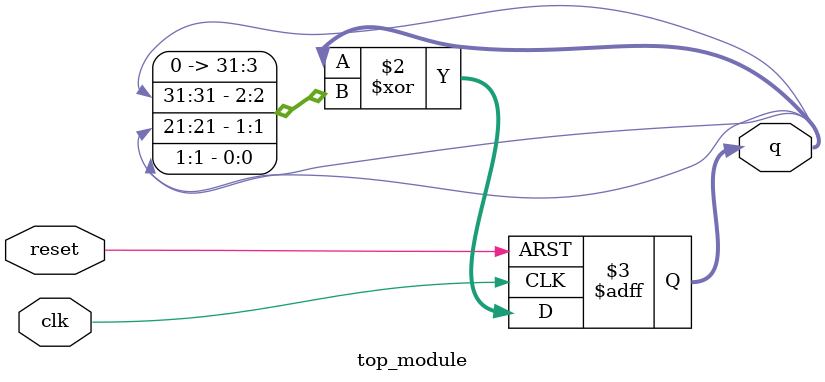
<source format=sv>
module top_module(
    input clk,
    input reset,
    output reg [31:0] q);

	always @(posedge clk or posedge reset) begin
		if (reset) begin
			q <= 32'h1;
		end else begin
			q <= q ^ ({q[31], q[21], q[1]});
		end
	end

endmodule

</source>
